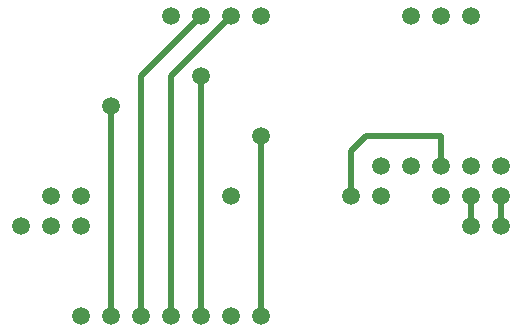
<source format=gbl>
G04 DipTrace 3.1.0.1*
G04 Bottom.GBL*
%MOIN*%
G04 #@! TF.FileFunction,Copper,L2,Bot*
G04 #@! TF.Part,Single*
G04 #@! TA.AperFunction,Conductor*
%ADD12C,0.019685*%
G04 #@! TA.AperFunction,ComponentPad*
%ADD14C,0.059055*%
%FSLAX26Y26*%
G04*
G70*
G90*
G75*
G01*
G04 Bottom*
%LPD*%
X1993701Y793701D2*
D12*
Y893701D1*
X1093701Y493701D2*
Y1293701D1*
Y1493701D2*
X893701Y1293701D1*
Y493701D1*
X1193701Y1493701D2*
X993701Y1293701D1*
Y493701D1*
X2093701Y793701D2*
Y893701D1*
X1593701D2*
Y1043701D1*
X1643701Y1093701D1*
X1893701D1*
Y993701D1*
X793701Y1193701D2*
Y493701D1*
X1293701D2*
Y1093701D1*
D14*
X793701Y1193701D3*
X1293701Y1093701D3*
D3*
X1093701Y1293701D3*
X1193701Y893701D3*
X593701Y793701D3*
X693701D3*
X493701D3*
X593701Y893701D3*
X693701D3*
X593701Y793701D3*
X1793701Y1493701D3*
X1893701D3*
X1993701D3*
X793701Y493701D3*
X893701D3*
X993701D3*
X1093701D3*
X1293701D3*
X1193701D3*
X693701D3*
X1993701Y793701D3*
X2093701D3*
X1893701Y893701D3*
X1993701D3*
X2093701D3*
X1693701Y993701D3*
X1793701D3*
X1893701D3*
X1993701D3*
X2093701D3*
X1593701Y893701D3*
X1693701D3*
X1293701Y1493701D3*
X1193701D3*
X1093701D3*
X993701D3*
M02*

</source>
